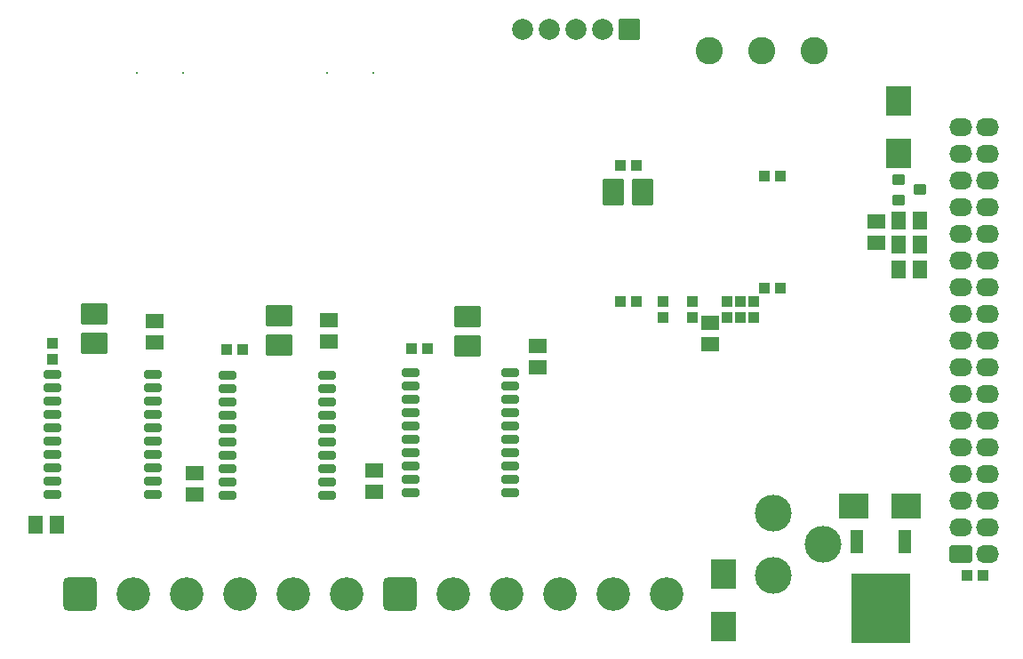
<source format=gbs>
G04 Layer_Color=16711935*
%FSLAX24Y24*%
%MOIN*%
G70*
G01*
G75*
G04:AMPARAMS|DCode=47|XSize=77.9mil|YSize=101.9mil|CornerRadius=4.6mil|HoleSize=0mil|Usage=FLASHONLY|Rotation=0.000|XOffset=0mil|YOffset=0mil|HoleType=Round|Shape=RoundedRectangle|*
%AMROUNDEDRECTD47*
21,1,0.0779,0.0926,0,0,0.0*
21,1,0.0686,0.1019,0,0,0.0*
1,1,0.0093,0.0343,-0.0463*
1,1,0.0093,-0.0343,-0.0463*
1,1,0.0093,-0.0343,0.0463*
1,1,0.0093,0.0343,0.0463*
%
%ADD47ROUNDEDRECTD47*%
G04:AMPARAMS|DCode=49|XSize=39.9mil|YSize=42.9mil|CornerRadius=4.3mil|HoleSize=0mil|Usage=FLASHONLY|Rotation=0.000|XOffset=0mil|YOffset=0mil|HoleType=Round|Shape=RoundedRectangle|*
%AMROUNDEDRECTD49*
21,1,0.0399,0.0344,0,0,0.0*
21,1,0.0314,0.0429,0,0,0.0*
1,1,0.0085,0.0157,-0.0172*
1,1,0.0085,-0.0157,-0.0172*
1,1,0.0085,-0.0157,0.0172*
1,1,0.0085,0.0157,0.0172*
%
%ADD49ROUNDEDRECTD49*%
G04:AMPARAMS|DCode=52|XSize=55.9mil|YSize=67.9mil|CornerRadius=4.4mil|HoleSize=0mil|Usage=FLASHONLY|Rotation=90.000|XOffset=0mil|YOffset=0mil|HoleType=Round|Shape=RoundedRectangle|*
%AMROUNDEDRECTD52*
21,1,0.0559,0.0590,0,0,90.0*
21,1,0.0470,0.0679,0,0,90.0*
1,1,0.0088,0.0295,0.0235*
1,1,0.0088,0.0295,-0.0235*
1,1,0.0088,-0.0295,-0.0235*
1,1,0.0088,-0.0295,0.0235*
%
%ADD52ROUNDEDRECTD52*%
G04:AMPARAMS|DCode=53|XSize=55.9mil|YSize=67.9mil|CornerRadius=4.4mil|HoleSize=0mil|Usage=FLASHONLY|Rotation=180.000|XOffset=0mil|YOffset=0mil|HoleType=Round|Shape=RoundedRectangle|*
%AMROUNDEDRECTD53*
21,1,0.0559,0.0590,0,0,180.0*
21,1,0.0470,0.0679,0,0,180.0*
1,1,0.0088,-0.0235,0.0295*
1,1,0.0088,0.0235,0.0295*
1,1,0.0088,0.0235,-0.0295*
1,1,0.0088,-0.0235,-0.0295*
%
%ADD53ROUNDEDRECTD53*%
G04:AMPARAMS|DCode=54|XSize=39.9mil|YSize=42.9mil|CornerRadius=4.3mil|HoleSize=0mil|Usage=FLASHONLY|Rotation=270.000|XOffset=0mil|YOffset=0mil|HoleType=Round|Shape=RoundedRectangle|*
%AMROUNDEDRECTD54*
21,1,0.0399,0.0344,0,0,270.0*
21,1,0.0314,0.0429,0,0,270.0*
1,1,0.0085,-0.0172,-0.0157*
1,1,0.0085,-0.0172,0.0157*
1,1,0.0085,0.0172,0.0157*
1,1,0.0085,0.0172,-0.0157*
%
%ADD54ROUNDEDRECTD54*%
%ADD58C,0.1260*%
G04:AMPARAMS|DCode=59|XSize=126mil|YSize=126mil|CornerRadius=18.7mil|HoleSize=0mil|Usage=FLASHONLY|Rotation=270.000|XOffset=0mil|YOffset=0mil|HoleType=Round|Shape=RoundedRectangle|*
%AMROUNDEDRECTD59*
21,1,0.1260,0.0886,0,0,270.0*
21,1,0.0886,0.1260,0,0,270.0*
1,1,0.0374,-0.0443,-0.0443*
1,1,0.0374,-0.0443,0.0443*
1,1,0.0374,0.0443,0.0443*
1,1,0.0374,0.0443,-0.0443*
%
%ADD59ROUNDEDRECTD59*%
G04:AMPARAMS|DCode=60|XSize=78.7mil|YSize=78.7mil|CornerRadius=4.6mil|HoleSize=0mil|Usage=FLASHONLY|Rotation=180.000|XOffset=0mil|YOffset=0mil|HoleType=Round|Shape=RoundedRectangle|*
%AMROUNDEDRECTD60*
21,1,0.0787,0.0694,0,0,180.0*
21,1,0.0694,0.0787,0,0,180.0*
1,1,0.0093,-0.0347,0.0347*
1,1,0.0093,0.0347,0.0347*
1,1,0.0093,0.0347,-0.0347*
1,1,0.0093,-0.0347,-0.0347*
%
%ADD60ROUNDEDRECTD60*%
%ADD61C,0.0787*%
%ADD62C,0.1024*%
%ADD63C,0.1378*%
G04:AMPARAMS|DCode=64|XSize=86.6mil|YSize=66.9mil|CornerRadius=11.3mil|HoleSize=0mil|Usage=FLASHONLY|Rotation=0.000|XOffset=0mil|YOffset=0mil|HoleType=Round|Shape=RoundedRectangle|*
%AMROUNDEDRECTD64*
21,1,0.0866,0.0443,0,0,0.0*
21,1,0.0640,0.0669,0,0,0.0*
1,1,0.0226,0.0320,-0.0221*
1,1,0.0226,-0.0320,-0.0221*
1,1,0.0226,-0.0320,0.0221*
1,1,0.0226,0.0320,0.0221*
%
%ADD64ROUNDEDRECTD64*%
%ADD65O,0.0866X0.0669*%
%ADD66C,0.0079*%
G04:AMPARAMS|DCode=67|XSize=77.9mil|YSize=101.9mil|CornerRadius=4.6mil|HoleSize=0mil|Usage=FLASHONLY|Rotation=270.000|XOffset=0mil|YOffset=0mil|HoleType=Round|Shape=RoundedRectangle|*
%AMROUNDEDRECTD67*
21,1,0.0779,0.0926,0,0,270.0*
21,1,0.0686,0.1019,0,0,270.0*
1,1,0.0093,-0.0463,-0.0343*
1,1,0.0093,-0.0463,0.0343*
1,1,0.0093,0.0463,0.0343*
1,1,0.0093,0.0463,-0.0343*
%
%ADD67ROUNDEDRECTD67*%
%ADD68R,0.0453X0.0906*%
%ADD69R,0.2244X0.2638*%
G04:AMPARAMS|DCode=70|XSize=66.9mil|YSize=31.5mil|CornerRadius=9.8mil|HoleSize=0mil|Usage=FLASHONLY|Rotation=180.000|XOffset=0mil|YOffset=0mil|HoleType=Round|Shape=RoundedRectangle|*
%AMROUNDEDRECTD70*
21,1,0.0669,0.0118,0,0,180.0*
21,1,0.0472,0.0315,0,0,180.0*
1,1,0.0197,-0.0236,0.0059*
1,1,0.0197,0.0236,0.0059*
1,1,0.0197,0.0236,-0.0059*
1,1,0.0197,-0.0236,-0.0059*
%
%ADD70ROUNDEDRECTD70*%
G04:AMPARAMS|DCode=71|XSize=39.9mil|YSize=43.9mil|CornerRadius=4.3mil|HoleSize=0mil|Usage=FLASHONLY|Rotation=90.000|XOffset=0mil|YOffset=0mil|HoleType=Round|Shape=RoundedRectangle|*
%AMROUNDEDRECTD71*
21,1,0.0399,0.0354,0,0,90.0*
21,1,0.0314,0.0439,0,0,90.0*
1,1,0.0085,0.0177,0.0157*
1,1,0.0085,0.0177,-0.0157*
1,1,0.0085,-0.0177,-0.0157*
1,1,0.0085,-0.0177,0.0157*
%
%ADD71ROUNDEDRECTD71*%
G36*
X31860Y5138D02*
X30758D01*
Y6083D01*
X31860D01*
Y5138D01*
D02*
G37*
G36*
X26909Y2520D02*
X25965D01*
Y3622D01*
X26909D01*
Y2520D01*
D02*
G37*
G36*
Y551D02*
X25965D01*
Y1654D01*
X26909D01*
Y551D01*
D02*
G37*
G36*
X33480Y20241D02*
X32535D01*
Y21343D01*
X33480D01*
Y20241D01*
D02*
G37*
G36*
Y18272D02*
X32535D01*
Y19374D01*
X33480D01*
Y18272D01*
D02*
G37*
G36*
X33829Y5138D02*
X32726D01*
Y6083D01*
X33829D01*
Y5138D01*
D02*
G37*
D47*
X22307Y17357D02*
D03*
X23407D02*
D03*
D49*
X14720Y11496D02*
D03*
X15320D02*
D03*
X7800Y11476D02*
D03*
X8400D02*
D03*
X22557Y18357D02*
D03*
X23157D02*
D03*
X28557Y17957D02*
D03*
X27957D02*
D03*
X28557Y13757D02*
D03*
X27957D02*
D03*
X22557Y13257D02*
D03*
X23157D02*
D03*
X36166Y3022D02*
D03*
X35566D02*
D03*
D52*
X13327Y6955D02*
D03*
Y6155D02*
D03*
X6594Y6827D02*
D03*
Y6027D02*
D03*
X19478Y11611D02*
D03*
Y10811D02*
D03*
X11634Y12575D02*
D03*
Y11775D02*
D03*
X5098Y12536D02*
D03*
Y11736D02*
D03*
X32157Y16257D02*
D03*
Y15457D02*
D03*
X25935Y12487D02*
D03*
Y11687D02*
D03*
D53*
X33007Y14457D02*
D03*
X33807D02*
D03*
Y16307D02*
D03*
X33007D02*
D03*
X33807Y15407D02*
D03*
X33007D02*
D03*
X624Y4902D02*
D03*
X1424D02*
D03*
D54*
X1270Y11107D02*
D03*
Y11707D02*
D03*
X27557Y12657D02*
D03*
Y13257D02*
D03*
X27057Y12657D02*
D03*
Y13257D02*
D03*
X26557Y12657D02*
D03*
Y13257D02*
D03*
X25257Y12657D02*
D03*
Y13257D02*
D03*
X24157Y12657D02*
D03*
Y13257D02*
D03*
D58*
X24301Y2303D02*
D03*
X22301D02*
D03*
X16301D02*
D03*
X18301D02*
D03*
X20301D02*
D03*
X12303Y2303D02*
D03*
X10303D02*
D03*
X4303D02*
D03*
X6303D02*
D03*
X8303D02*
D03*
D59*
X14301Y2303D02*
D03*
X2303Y2303D02*
D03*
D60*
X22894Y23474D02*
D03*
D61*
X21894D02*
D03*
X19894D02*
D03*
X18894D02*
D03*
X20894D02*
D03*
D62*
X29843Y22677D02*
D03*
X25906D02*
D03*
X27873D02*
D03*
D63*
X30148Y4173D02*
D03*
X28297Y2992D02*
D03*
Y5354D02*
D03*
D64*
X35327Y3811D02*
D03*
D65*
Y4811D02*
D03*
Y5811D02*
D03*
Y6811D02*
D03*
Y7811D02*
D03*
Y8811D02*
D03*
Y9811D02*
D03*
Y10811D02*
D03*
Y11811D02*
D03*
Y12811D02*
D03*
Y13811D02*
D03*
Y14811D02*
D03*
Y15811D02*
D03*
Y16811D02*
D03*
Y17811D02*
D03*
Y18811D02*
D03*
Y19811D02*
D03*
X36327Y3811D02*
D03*
Y4811D02*
D03*
Y5811D02*
D03*
Y6811D02*
D03*
Y7811D02*
D03*
Y8811D02*
D03*
Y9811D02*
D03*
Y10811D02*
D03*
Y11811D02*
D03*
Y12811D02*
D03*
Y13811D02*
D03*
Y14811D02*
D03*
Y15811D02*
D03*
Y16811D02*
D03*
Y17811D02*
D03*
Y18811D02*
D03*
Y19811D02*
D03*
D66*
X13296Y21846D02*
D03*
X11566D02*
D03*
X6160D02*
D03*
X4430D02*
D03*
D67*
X16821Y12706D02*
D03*
Y11606D02*
D03*
X9754Y12735D02*
D03*
Y11635D02*
D03*
X2815Y12794D02*
D03*
Y11694D02*
D03*
D68*
X31435Y4262D02*
D03*
X33230D02*
D03*
D69*
X32333Y1781D02*
D03*
D70*
X5020Y7047D02*
D03*
Y6547D02*
D03*
Y6047D02*
D03*
Y8047D02*
D03*
Y7547D02*
D03*
Y10047D02*
D03*
Y9547D02*
D03*
Y9047D02*
D03*
Y10547D02*
D03*
X1280Y6047D02*
D03*
Y6547D02*
D03*
Y7047D02*
D03*
Y8047D02*
D03*
Y7547D02*
D03*
Y9047D02*
D03*
Y9547D02*
D03*
Y10047D02*
D03*
Y10547D02*
D03*
X5020Y8547D02*
D03*
X1280D02*
D03*
X7825Y8518D02*
D03*
X11565D02*
D03*
X7825Y10518D02*
D03*
Y10018D02*
D03*
Y9518D02*
D03*
Y9018D02*
D03*
Y7518D02*
D03*
Y8018D02*
D03*
Y7018D02*
D03*
Y6518D02*
D03*
Y6018D02*
D03*
X11565Y10518D02*
D03*
Y9018D02*
D03*
Y9518D02*
D03*
Y10018D02*
D03*
Y7518D02*
D03*
Y8018D02*
D03*
Y6018D02*
D03*
Y6518D02*
D03*
Y7018D02*
D03*
X14695Y8596D02*
D03*
X18435D02*
D03*
X14695Y10596D02*
D03*
Y10096D02*
D03*
Y9596D02*
D03*
Y9096D02*
D03*
Y7596D02*
D03*
Y8096D02*
D03*
Y7096D02*
D03*
Y6596D02*
D03*
Y6096D02*
D03*
X18435Y10596D02*
D03*
Y9096D02*
D03*
Y9596D02*
D03*
Y10096D02*
D03*
Y7596D02*
D03*
Y8096D02*
D03*
Y6096D02*
D03*
Y6596D02*
D03*
Y7096D02*
D03*
D71*
X33802Y17457D02*
D03*
X33012Y17087D02*
D03*
Y17827D02*
D03*
M02*

</source>
